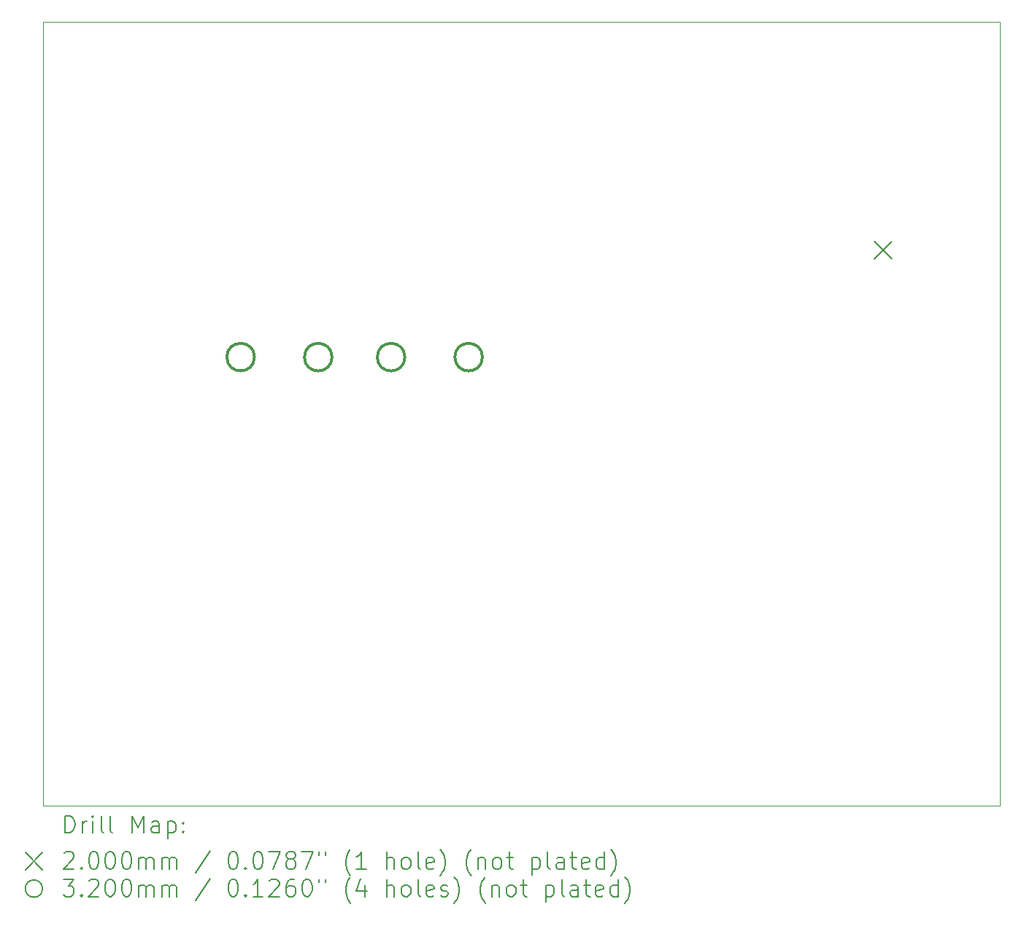
<source format=gbr>
%TF.GenerationSoftware,KiCad,Pcbnew,9.0.0*%
%TF.CreationDate,2025-03-20T11:59:10+05:30*%
%TF.ProjectId,Buck converter,4275636b-2063-46f6-9e76-65727465722e,rev?*%
%TF.SameCoordinates,Original*%
%TF.FileFunction,Drillmap*%
%TF.FilePolarity,Positive*%
%FSLAX45Y45*%
G04 Gerber Fmt 4.5, Leading zero omitted, Abs format (unit mm)*
G04 Created by KiCad (PCBNEW 9.0.0) date 2025-03-20 11:59:10*
%MOMM*%
%LPD*%
G01*
G04 APERTURE LIST*
%ADD10C,0.050000*%
%ADD11C,0.200000*%
%ADD12C,0.320000*%
G04 APERTURE END LIST*
D10*
X9950000Y-5350000D02*
X21050000Y-5350000D01*
X21050000Y-14450000D01*
X9950000Y-14450000D01*
X9950000Y-5350000D01*
D11*
X19600000Y-7900000D02*
X19800000Y-8100000D01*
X19800000Y-7900000D02*
X19600000Y-8100000D01*
D12*
X12406000Y-9240000D02*
G75*
G02*
X12086000Y-9240000I-160000J0D01*
G01*
X12086000Y-9240000D02*
G75*
G02*
X12406000Y-9240000I160000J0D01*
G01*
X13306000Y-9240000D02*
G75*
G02*
X12986000Y-9240000I-160000J0D01*
G01*
X12986000Y-9240000D02*
G75*
G02*
X13306000Y-9240000I160000J0D01*
G01*
X14151000Y-9240000D02*
G75*
G02*
X13831000Y-9240000I-160000J0D01*
G01*
X13831000Y-9240000D02*
G75*
G02*
X14151000Y-9240000I160000J0D01*
G01*
X15051000Y-9240000D02*
G75*
G02*
X14731000Y-9240000I-160000J0D01*
G01*
X14731000Y-9240000D02*
G75*
G02*
X15051000Y-9240000I160000J0D01*
G01*
D11*
X10208277Y-14763984D02*
X10208277Y-14563984D01*
X10208277Y-14563984D02*
X10255896Y-14563984D01*
X10255896Y-14563984D02*
X10284467Y-14573508D01*
X10284467Y-14573508D02*
X10303515Y-14592555D01*
X10303515Y-14592555D02*
X10313039Y-14611603D01*
X10313039Y-14611603D02*
X10322563Y-14649698D01*
X10322563Y-14649698D02*
X10322563Y-14678269D01*
X10322563Y-14678269D02*
X10313039Y-14716365D01*
X10313039Y-14716365D02*
X10303515Y-14735412D01*
X10303515Y-14735412D02*
X10284467Y-14754460D01*
X10284467Y-14754460D02*
X10255896Y-14763984D01*
X10255896Y-14763984D02*
X10208277Y-14763984D01*
X10408277Y-14763984D02*
X10408277Y-14630650D01*
X10408277Y-14668746D02*
X10417801Y-14649698D01*
X10417801Y-14649698D02*
X10427324Y-14640174D01*
X10427324Y-14640174D02*
X10446372Y-14630650D01*
X10446372Y-14630650D02*
X10465420Y-14630650D01*
X10532086Y-14763984D02*
X10532086Y-14630650D01*
X10532086Y-14563984D02*
X10522563Y-14573508D01*
X10522563Y-14573508D02*
X10532086Y-14583031D01*
X10532086Y-14583031D02*
X10541610Y-14573508D01*
X10541610Y-14573508D02*
X10532086Y-14563984D01*
X10532086Y-14563984D02*
X10532086Y-14583031D01*
X10655896Y-14763984D02*
X10636848Y-14754460D01*
X10636848Y-14754460D02*
X10627324Y-14735412D01*
X10627324Y-14735412D02*
X10627324Y-14563984D01*
X10760658Y-14763984D02*
X10741610Y-14754460D01*
X10741610Y-14754460D02*
X10732086Y-14735412D01*
X10732086Y-14735412D02*
X10732086Y-14563984D01*
X10989229Y-14763984D02*
X10989229Y-14563984D01*
X10989229Y-14563984D02*
X11055896Y-14706841D01*
X11055896Y-14706841D02*
X11122563Y-14563984D01*
X11122563Y-14563984D02*
X11122563Y-14763984D01*
X11303515Y-14763984D02*
X11303515Y-14659222D01*
X11303515Y-14659222D02*
X11293991Y-14640174D01*
X11293991Y-14640174D02*
X11274943Y-14630650D01*
X11274943Y-14630650D02*
X11236848Y-14630650D01*
X11236848Y-14630650D02*
X11217801Y-14640174D01*
X11303515Y-14754460D02*
X11284467Y-14763984D01*
X11284467Y-14763984D02*
X11236848Y-14763984D01*
X11236848Y-14763984D02*
X11217801Y-14754460D01*
X11217801Y-14754460D02*
X11208277Y-14735412D01*
X11208277Y-14735412D02*
X11208277Y-14716365D01*
X11208277Y-14716365D02*
X11217801Y-14697317D01*
X11217801Y-14697317D02*
X11236848Y-14687793D01*
X11236848Y-14687793D02*
X11284467Y-14687793D01*
X11284467Y-14687793D02*
X11303515Y-14678269D01*
X11398753Y-14630650D02*
X11398753Y-14830650D01*
X11398753Y-14640174D02*
X11417801Y-14630650D01*
X11417801Y-14630650D02*
X11455896Y-14630650D01*
X11455896Y-14630650D02*
X11474943Y-14640174D01*
X11474943Y-14640174D02*
X11484467Y-14649698D01*
X11484467Y-14649698D02*
X11493991Y-14668746D01*
X11493991Y-14668746D02*
X11493991Y-14725888D01*
X11493991Y-14725888D02*
X11484467Y-14744936D01*
X11484467Y-14744936D02*
X11474943Y-14754460D01*
X11474943Y-14754460D02*
X11455896Y-14763984D01*
X11455896Y-14763984D02*
X11417801Y-14763984D01*
X11417801Y-14763984D02*
X11398753Y-14754460D01*
X11579705Y-14744936D02*
X11589229Y-14754460D01*
X11589229Y-14754460D02*
X11579705Y-14763984D01*
X11579705Y-14763984D02*
X11570182Y-14754460D01*
X11570182Y-14754460D02*
X11579705Y-14744936D01*
X11579705Y-14744936D02*
X11579705Y-14763984D01*
X11579705Y-14640174D02*
X11589229Y-14649698D01*
X11589229Y-14649698D02*
X11579705Y-14659222D01*
X11579705Y-14659222D02*
X11570182Y-14649698D01*
X11570182Y-14649698D02*
X11579705Y-14640174D01*
X11579705Y-14640174D02*
X11579705Y-14659222D01*
X9747500Y-14992500D02*
X9947500Y-15192500D01*
X9947500Y-14992500D02*
X9747500Y-15192500D01*
X10198753Y-15003031D02*
X10208277Y-14993508D01*
X10208277Y-14993508D02*
X10227324Y-14983984D01*
X10227324Y-14983984D02*
X10274944Y-14983984D01*
X10274944Y-14983984D02*
X10293991Y-14993508D01*
X10293991Y-14993508D02*
X10303515Y-15003031D01*
X10303515Y-15003031D02*
X10313039Y-15022079D01*
X10313039Y-15022079D02*
X10313039Y-15041127D01*
X10313039Y-15041127D02*
X10303515Y-15069698D01*
X10303515Y-15069698D02*
X10189229Y-15183984D01*
X10189229Y-15183984D02*
X10313039Y-15183984D01*
X10398753Y-15164936D02*
X10408277Y-15174460D01*
X10408277Y-15174460D02*
X10398753Y-15183984D01*
X10398753Y-15183984D02*
X10389229Y-15174460D01*
X10389229Y-15174460D02*
X10398753Y-15164936D01*
X10398753Y-15164936D02*
X10398753Y-15183984D01*
X10532086Y-14983984D02*
X10551134Y-14983984D01*
X10551134Y-14983984D02*
X10570182Y-14993508D01*
X10570182Y-14993508D02*
X10579705Y-15003031D01*
X10579705Y-15003031D02*
X10589229Y-15022079D01*
X10589229Y-15022079D02*
X10598753Y-15060174D01*
X10598753Y-15060174D02*
X10598753Y-15107793D01*
X10598753Y-15107793D02*
X10589229Y-15145888D01*
X10589229Y-15145888D02*
X10579705Y-15164936D01*
X10579705Y-15164936D02*
X10570182Y-15174460D01*
X10570182Y-15174460D02*
X10551134Y-15183984D01*
X10551134Y-15183984D02*
X10532086Y-15183984D01*
X10532086Y-15183984D02*
X10513039Y-15174460D01*
X10513039Y-15174460D02*
X10503515Y-15164936D01*
X10503515Y-15164936D02*
X10493991Y-15145888D01*
X10493991Y-15145888D02*
X10484467Y-15107793D01*
X10484467Y-15107793D02*
X10484467Y-15060174D01*
X10484467Y-15060174D02*
X10493991Y-15022079D01*
X10493991Y-15022079D02*
X10503515Y-15003031D01*
X10503515Y-15003031D02*
X10513039Y-14993508D01*
X10513039Y-14993508D02*
X10532086Y-14983984D01*
X10722563Y-14983984D02*
X10741610Y-14983984D01*
X10741610Y-14983984D02*
X10760658Y-14993508D01*
X10760658Y-14993508D02*
X10770182Y-15003031D01*
X10770182Y-15003031D02*
X10779705Y-15022079D01*
X10779705Y-15022079D02*
X10789229Y-15060174D01*
X10789229Y-15060174D02*
X10789229Y-15107793D01*
X10789229Y-15107793D02*
X10779705Y-15145888D01*
X10779705Y-15145888D02*
X10770182Y-15164936D01*
X10770182Y-15164936D02*
X10760658Y-15174460D01*
X10760658Y-15174460D02*
X10741610Y-15183984D01*
X10741610Y-15183984D02*
X10722563Y-15183984D01*
X10722563Y-15183984D02*
X10703515Y-15174460D01*
X10703515Y-15174460D02*
X10693991Y-15164936D01*
X10693991Y-15164936D02*
X10684467Y-15145888D01*
X10684467Y-15145888D02*
X10674944Y-15107793D01*
X10674944Y-15107793D02*
X10674944Y-15060174D01*
X10674944Y-15060174D02*
X10684467Y-15022079D01*
X10684467Y-15022079D02*
X10693991Y-15003031D01*
X10693991Y-15003031D02*
X10703515Y-14993508D01*
X10703515Y-14993508D02*
X10722563Y-14983984D01*
X10913039Y-14983984D02*
X10932086Y-14983984D01*
X10932086Y-14983984D02*
X10951134Y-14993508D01*
X10951134Y-14993508D02*
X10960658Y-15003031D01*
X10960658Y-15003031D02*
X10970182Y-15022079D01*
X10970182Y-15022079D02*
X10979705Y-15060174D01*
X10979705Y-15060174D02*
X10979705Y-15107793D01*
X10979705Y-15107793D02*
X10970182Y-15145888D01*
X10970182Y-15145888D02*
X10960658Y-15164936D01*
X10960658Y-15164936D02*
X10951134Y-15174460D01*
X10951134Y-15174460D02*
X10932086Y-15183984D01*
X10932086Y-15183984D02*
X10913039Y-15183984D01*
X10913039Y-15183984D02*
X10893991Y-15174460D01*
X10893991Y-15174460D02*
X10884467Y-15164936D01*
X10884467Y-15164936D02*
X10874944Y-15145888D01*
X10874944Y-15145888D02*
X10865420Y-15107793D01*
X10865420Y-15107793D02*
X10865420Y-15060174D01*
X10865420Y-15060174D02*
X10874944Y-15022079D01*
X10874944Y-15022079D02*
X10884467Y-15003031D01*
X10884467Y-15003031D02*
X10893991Y-14993508D01*
X10893991Y-14993508D02*
X10913039Y-14983984D01*
X11065420Y-15183984D02*
X11065420Y-15050650D01*
X11065420Y-15069698D02*
X11074944Y-15060174D01*
X11074944Y-15060174D02*
X11093991Y-15050650D01*
X11093991Y-15050650D02*
X11122563Y-15050650D01*
X11122563Y-15050650D02*
X11141610Y-15060174D01*
X11141610Y-15060174D02*
X11151134Y-15079222D01*
X11151134Y-15079222D02*
X11151134Y-15183984D01*
X11151134Y-15079222D02*
X11160658Y-15060174D01*
X11160658Y-15060174D02*
X11179705Y-15050650D01*
X11179705Y-15050650D02*
X11208277Y-15050650D01*
X11208277Y-15050650D02*
X11227324Y-15060174D01*
X11227324Y-15060174D02*
X11236848Y-15079222D01*
X11236848Y-15079222D02*
X11236848Y-15183984D01*
X11332086Y-15183984D02*
X11332086Y-15050650D01*
X11332086Y-15069698D02*
X11341610Y-15060174D01*
X11341610Y-15060174D02*
X11360658Y-15050650D01*
X11360658Y-15050650D02*
X11389229Y-15050650D01*
X11389229Y-15050650D02*
X11408277Y-15060174D01*
X11408277Y-15060174D02*
X11417801Y-15079222D01*
X11417801Y-15079222D02*
X11417801Y-15183984D01*
X11417801Y-15079222D02*
X11427324Y-15060174D01*
X11427324Y-15060174D02*
X11446372Y-15050650D01*
X11446372Y-15050650D02*
X11474943Y-15050650D01*
X11474943Y-15050650D02*
X11493991Y-15060174D01*
X11493991Y-15060174D02*
X11503515Y-15079222D01*
X11503515Y-15079222D02*
X11503515Y-15183984D01*
X11893991Y-14974460D02*
X11722563Y-15231603D01*
X12151134Y-14983984D02*
X12170182Y-14983984D01*
X12170182Y-14983984D02*
X12189229Y-14993508D01*
X12189229Y-14993508D02*
X12198753Y-15003031D01*
X12198753Y-15003031D02*
X12208277Y-15022079D01*
X12208277Y-15022079D02*
X12217801Y-15060174D01*
X12217801Y-15060174D02*
X12217801Y-15107793D01*
X12217801Y-15107793D02*
X12208277Y-15145888D01*
X12208277Y-15145888D02*
X12198753Y-15164936D01*
X12198753Y-15164936D02*
X12189229Y-15174460D01*
X12189229Y-15174460D02*
X12170182Y-15183984D01*
X12170182Y-15183984D02*
X12151134Y-15183984D01*
X12151134Y-15183984D02*
X12132086Y-15174460D01*
X12132086Y-15174460D02*
X12122563Y-15164936D01*
X12122563Y-15164936D02*
X12113039Y-15145888D01*
X12113039Y-15145888D02*
X12103515Y-15107793D01*
X12103515Y-15107793D02*
X12103515Y-15060174D01*
X12103515Y-15060174D02*
X12113039Y-15022079D01*
X12113039Y-15022079D02*
X12122563Y-15003031D01*
X12122563Y-15003031D02*
X12132086Y-14993508D01*
X12132086Y-14993508D02*
X12151134Y-14983984D01*
X12303515Y-15164936D02*
X12313039Y-15174460D01*
X12313039Y-15174460D02*
X12303515Y-15183984D01*
X12303515Y-15183984D02*
X12293991Y-15174460D01*
X12293991Y-15174460D02*
X12303515Y-15164936D01*
X12303515Y-15164936D02*
X12303515Y-15183984D01*
X12436848Y-14983984D02*
X12455896Y-14983984D01*
X12455896Y-14983984D02*
X12474944Y-14993508D01*
X12474944Y-14993508D02*
X12484467Y-15003031D01*
X12484467Y-15003031D02*
X12493991Y-15022079D01*
X12493991Y-15022079D02*
X12503515Y-15060174D01*
X12503515Y-15060174D02*
X12503515Y-15107793D01*
X12503515Y-15107793D02*
X12493991Y-15145888D01*
X12493991Y-15145888D02*
X12484467Y-15164936D01*
X12484467Y-15164936D02*
X12474944Y-15174460D01*
X12474944Y-15174460D02*
X12455896Y-15183984D01*
X12455896Y-15183984D02*
X12436848Y-15183984D01*
X12436848Y-15183984D02*
X12417801Y-15174460D01*
X12417801Y-15174460D02*
X12408277Y-15164936D01*
X12408277Y-15164936D02*
X12398753Y-15145888D01*
X12398753Y-15145888D02*
X12389229Y-15107793D01*
X12389229Y-15107793D02*
X12389229Y-15060174D01*
X12389229Y-15060174D02*
X12398753Y-15022079D01*
X12398753Y-15022079D02*
X12408277Y-15003031D01*
X12408277Y-15003031D02*
X12417801Y-14993508D01*
X12417801Y-14993508D02*
X12436848Y-14983984D01*
X12570182Y-14983984D02*
X12703515Y-14983984D01*
X12703515Y-14983984D02*
X12617801Y-15183984D01*
X12808277Y-15069698D02*
X12789229Y-15060174D01*
X12789229Y-15060174D02*
X12779706Y-15050650D01*
X12779706Y-15050650D02*
X12770182Y-15031603D01*
X12770182Y-15031603D02*
X12770182Y-15022079D01*
X12770182Y-15022079D02*
X12779706Y-15003031D01*
X12779706Y-15003031D02*
X12789229Y-14993508D01*
X12789229Y-14993508D02*
X12808277Y-14983984D01*
X12808277Y-14983984D02*
X12846372Y-14983984D01*
X12846372Y-14983984D02*
X12865420Y-14993508D01*
X12865420Y-14993508D02*
X12874944Y-15003031D01*
X12874944Y-15003031D02*
X12884467Y-15022079D01*
X12884467Y-15022079D02*
X12884467Y-15031603D01*
X12884467Y-15031603D02*
X12874944Y-15050650D01*
X12874944Y-15050650D02*
X12865420Y-15060174D01*
X12865420Y-15060174D02*
X12846372Y-15069698D01*
X12846372Y-15069698D02*
X12808277Y-15069698D01*
X12808277Y-15069698D02*
X12789229Y-15079222D01*
X12789229Y-15079222D02*
X12779706Y-15088746D01*
X12779706Y-15088746D02*
X12770182Y-15107793D01*
X12770182Y-15107793D02*
X12770182Y-15145888D01*
X12770182Y-15145888D02*
X12779706Y-15164936D01*
X12779706Y-15164936D02*
X12789229Y-15174460D01*
X12789229Y-15174460D02*
X12808277Y-15183984D01*
X12808277Y-15183984D02*
X12846372Y-15183984D01*
X12846372Y-15183984D02*
X12865420Y-15174460D01*
X12865420Y-15174460D02*
X12874944Y-15164936D01*
X12874944Y-15164936D02*
X12884467Y-15145888D01*
X12884467Y-15145888D02*
X12884467Y-15107793D01*
X12884467Y-15107793D02*
X12874944Y-15088746D01*
X12874944Y-15088746D02*
X12865420Y-15079222D01*
X12865420Y-15079222D02*
X12846372Y-15069698D01*
X12951134Y-14983984D02*
X13084467Y-14983984D01*
X13084467Y-14983984D02*
X12998753Y-15183984D01*
X13151134Y-14983984D02*
X13151134Y-15022079D01*
X13227325Y-14983984D02*
X13227325Y-15022079D01*
X13522563Y-15260174D02*
X13513039Y-15250650D01*
X13513039Y-15250650D02*
X13493991Y-15222079D01*
X13493991Y-15222079D02*
X13484468Y-15203031D01*
X13484468Y-15203031D02*
X13474944Y-15174460D01*
X13474944Y-15174460D02*
X13465420Y-15126841D01*
X13465420Y-15126841D02*
X13465420Y-15088746D01*
X13465420Y-15088746D02*
X13474944Y-15041127D01*
X13474944Y-15041127D02*
X13484468Y-15012555D01*
X13484468Y-15012555D02*
X13493991Y-14993508D01*
X13493991Y-14993508D02*
X13513039Y-14964936D01*
X13513039Y-14964936D02*
X13522563Y-14955412D01*
X13703515Y-15183984D02*
X13589229Y-15183984D01*
X13646372Y-15183984D02*
X13646372Y-14983984D01*
X13646372Y-14983984D02*
X13627325Y-15012555D01*
X13627325Y-15012555D02*
X13608277Y-15031603D01*
X13608277Y-15031603D02*
X13589229Y-15041127D01*
X13941610Y-15183984D02*
X13941610Y-14983984D01*
X14027325Y-15183984D02*
X14027325Y-15079222D01*
X14027325Y-15079222D02*
X14017801Y-15060174D01*
X14017801Y-15060174D02*
X13998753Y-15050650D01*
X13998753Y-15050650D02*
X13970182Y-15050650D01*
X13970182Y-15050650D02*
X13951134Y-15060174D01*
X13951134Y-15060174D02*
X13941610Y-15069698D01*
X14151134Y-15183984D02*
X14132087Y-15174460D01*
X14132087Y-15174460D02*
X14122563Y-15164936D01*
X14122563Y-15164936D02*
X14113039Y-15145888D01*
X14113039Y-15145888D02*
X14113039Y-15088746D01*
X14113039Y-15088746D02*
X14122563Y-15069698D01*
X14122563Y-15069698D02*
X14132087Y-15060174D01*
X14132087Y-15060174D02*
X14151134Y-15050650D01*
X14151134Y-15050650D02*
X14179706Y-15050650D01*
X14179706Y-15050650D02*
X14198753Y-15060174D01*
X14198753Y-15060174D02*
X14208277Y-15069698D01*
X14208277Y-15069698D02*
X14217801Y-15088746D01*
X14217801Y-15088746D02*
X14217801Y-15145888D01*
X14217801Y-15145888D02*
X14208277Y-15164936D01*
X14208277Y-15164936D02*
X14198753Y-15174460D01*
X14198753Y-15174460D02*
X14179706Y-15183984D01*
X14179706Y-15183984D02*
X14151134Y-15183984D01*
X14332087Y-15183984D02*
X14313039Y-15174460D01*
X14313039Y-15174460D02*
X14303515Y-15155412D01*
X14303515Y-15155412D02*
X14303515Y-14983984D01*
X14484468Y-15174460D02*
X14465420Y-15183984D01*
X14465420Y-15183984D02*
X14427325Y-15183984D01*
X14427325Y-15183984D02*
X14408277Y-15174460D01*
X14408277Y-15174460D02*
X14398753Y-15155412D01*
X14398753Y-15155412D02*
X14398753Y-15079222D01*
X14398753Y-15079222D02*
X14408277Y-15060174D01*
X14408277Y-15060174D02*
X14427325Y-15050650D01*
X14427325Y-15050650D02*
X14465420Y-15050650D01*
X14465420Y-15050650D02*
X14484468Y-15060174D01*
X14484468Y-15060174D02*
X14493991Y-15079222D01*
X14493991Y-15079222D02*
X14493991Y-15098269D01*
X14493991Y-15098269D02*
X14398753Y-15117317D01*
X14560658Y-15260174D02*
X14570182Y-15250650D01*
X14570182Y-15250650D02*
X14589230Y-15222079D01*
X14589230Y-15222079D02*
X14598753Y-15203031D01*
X14598753Y-15203031D02*
X14608277Y-15174460D01*
X14608277Y-15174460D02*
X14617801Y-15126841D01*
X14617801Y-15126841D02*
X14617801Y-15088746D01*
X14617801Y-15088746D02*
X14608277Y-15041127D01*
X14608277Y-15041127D02*
X14598753Y-15012555D01*
X14598753Y-15012555D02*
X14589230Y-14993508D01*
X14589230Y-14993508D02*
X14570182Y-14964936D01*
X14570182Y-14964936D02*
X14560658Y-14955412D01*
X14922563Y-15260174D02*
X14913039Y-15250650D01*
X14913039Y-15250650D02*
X14893991Y-15222079D01*
X14893991Y-15222079D02*
X14884468Y-15203031D01*
X14884468Y-15203031D02*
X14874944Y-15174460D01*
X14874944Y-15174460D02*
X14865420Y-15126841D01*
X14865420Y-15126841D02*
X14865420Y-15088746D01*
X14865420Y-15088746D02*
X14874944Y-15041127D01*
X14874944Y-15041127D02*
X14884468Y-15012555D01*
X14884468Y-15012555D02*
X14893991Y-14993508D01*
X14893991Y-14993508D02*
X14913039Y-14964936D01*
X14913039Y-14964936D02*
X14922563Y-14955412D01*
X14998753Y-15050650D02*
X14998753Y-15183984D01*
X14998753Y-15069698D02*
X15008277Y-15060174D01*
X15008277Y-15060174D02*
X15027325Y-15050650D01*
X15027325Y-15050650D02*
X15055896Y-15050650D01*
X15055896Y-15050650D02*
X15074944Y-15060174D01*
X15074944Y-15060174D02*
X15084468Y-15079222D01*
X15084468Y-15079222D02*
X15084468Y-15183984D01*
X15208277Y-15183984D02*
X15189230Y-15174460D01*
X15189230Y-15174460D02*
X15179706Y-15164936D01*
X15179706Y-15164936D02*
X15170182Y-15145888D01*
X15170182Y-15145888D02*
X15170182Y-15088746D01*
X15170182Y-15088746D02*
X15179706Y-15069698D01*
X15179706Y-15069698D02*
X15189230Y-15060174D01*
X15189230Y-15060174D02*
X15208277Y-15050650D01*
X15208277Y-15050650D02*
X15236849Y-15050650D01*
X15236849Y-15050650D02*
X15255896Y-15060174D01*
X15255896Y-15060174D02*
X15265420Y-15069698D01*
X15265420Y-15069698D02*
X15274944Y-15088746D01*
X15274944Y-15088746D02*
X15274944Y-15145888D01*
X15274944Y-15145888D02*
X15265420Y-15164936D01*
X15265420Y-15164936D02*
X15255896Y-15174460D01*
X15255896Y-15174460D02*
X15236849Y-15183984D01*
X15236849Y-15183984D02*
X15208277Y-15183984D01*
X15332087Y-15050650D02*
X15408277Y-15050650D01*
X15360658Y-14983984D02*
X15360658Y-15155412D01*
X15360658Y-15155412D02*
X15370182Y-15174460D01*
X15370182Y-15174460D02*
X15389230Y-15183984D01*
X15389230Y-15183984D02*
X15408277Y-15183984D01*
X15627325Y-15050650D02*
X15627325Y-15250650D01*
X15627325Y-15060174D02*
X15646372Y-15050650D01*
X15646372Y-15050650D02*
X15684468Y-15050650D01*
X15684468Y-15050650D02*
X15703515Y-15060174D01*
X15703515Y-15060174D02*
X15713039Y-15069698D01*
X15713039Y-15069698D02*
X15722563Y-15088746D01*
X15722563Y-15088746D02*
X15722563Y-15145888D01*
X15722563Y-15145888D02*
X15713039Y-15164936D01*
X15713039Y-15164936D02*
X15703515Y-15174460D01*
X15703515Y-15174460D02*
X15684468Y-15183984D01*
X15684468Y-15183984D02*
X15646372Y-15183984D01*
X15646372Y-15183984D02*
X15627325Y-15174460D01*
X15836849Y-15183984D02*
X15817801Y-15174460D01*
X15817801Y-15174460D02*
X15808277Y-15155412D01*
X15808277Y-15155412D02*
X15808277Y-14983984D01*
X15998753Y-15183984D02*
X15998753Y-15079222D01*
X15998753Y-15079222D02*
X15989230Y-15060174D01*
X15989230Y-15060174D02*
X15970182Y-15050650D01*
X15970182Y-15050650D02*
X15932087Y-15050650D01*
X15932087Y-15050650D02*
X15913039Y-15060174D01*
X15998753Y-15174460D02*
X15979706Y-15183984D01*
X15979706Y-15183984D02*
X15932087Y-15183984D01*
X15932087Y-15183984D02*
X15913039Y-15174460D01*
X15913039Y-15174460D02*
X15903515Y-15155412D01*
X15903515Y-15155412D02*
X15903515Y-15136365D01*
X15903515Y-15136365D02*
X15913039Y-15117317D01*
X15913039Y-15117317D02*
X15932087Y-15107793D01*
X15932087Y-15107793D02*
X15979706Y-15107793D01*
X15979706Y-15107793D02*
X15998753Y-15098269D01*
X16065420Y-15050650D02*
X16141611Y-15050650D01*
X16093992Y-14983984D02*
X16093992Y-15155412D01*
X16093992Y-15155412D02*
X16103515Y-15174460D01*
X16103515Y-15174460D02*
X16122563Y-15183984D01*
X16122563Y-15183984D02*
X16141611Y-15183984D01*
X16284468Y-15174460D02*
X16265420Y-15183984D01*
X16265420Y-15183984D02*
X16227325Y-15183984D01*
X16227325Y-15183984D02*
X16208277Y-15174460D01*
X16208277Y-15174460D02*
X16198753Y-15155412D01*
X16198753Y-15155412D02*
X16198753Y-15079222D01*
X16198753Y-15079222D02*
X16208277Y-15060174D01*
X16208277Y-15060174D02*
X16227325Y-15050650D01*
X16227325Y-15050650D02*
X16265420Y-15050650D01*
X16265420Y-15050650D02*
X16284468Y-15060174D01*
X16284468Y-15060174D02*
X16293992Y-15079222D01*
X16293992Y-15079222D02*
X16293992Y-15098269D01*
X16293992Y-15098269D02*
X16198753Y-15117317D01*
X16465420Y-15183984D02*
X16465420Y-14983984D01*
X16465420Y-15174460D02*
X16446373Y-15183984D01*
X16446373Y-15183984D02*
X16408277Y-15183984D01*
X16408277Y-15183984D02*
X16389230Y-15174460D01*
X16389230Y-15174460D02*
X16379706Y-15164936D01*
X16379706Y-15164936D02*
X16370182Y-15145888D01*
X16370182Y-15145888D02*
X16370182Y-15088746D01*
X16370182Y-15088746D02*
X16379706Y-15069698D01*
X16379706Y-15069698D02*
X16389230Y-15060174D01*
X16389230Y-15060174D02*
X16408277Y-15050650D01*
X16408277Y-15050650D02*
X16446373Y-15050650D01*
X16446373Y-15050650D02*
X16465420Y-15060174D01*
X16541611Y-15260174D02*
X16551134Y-15250650D01*
X16551134Y-15250650D02*
X16570182Y-15222079D01*
X16570182Y-15222079D02*
X16579706Y-15203031D01*
X16579706Y-15203031D02*
X16589230Y-15174460D01*
X16589230Y-15174460D02*
X16598753Y-15126841D01*
X16598753Y-15126841D02*
X16598753Y-15088746D01*
X16598753Y-15088746D02*
X16589230Y-15041127D01*
X16589230Y-15041127D02*
X16579706Y-15012555D01*
X16579706Y-15012555D02*
X16570182Y-14993508D01*
X16570182Y-14993508D02*
X16551134Y-14964936D01*
X16551134Y-14964936D02*
X16541611Y-14955412D01*
X9947500Y-15412500D02*
G75*
G02*
X9747500Y-15412500I-100000J0D01*
G01*
X9747500Y-15412500D02*
G75*
G02*
X9947500Y-15412500I100000J0D01*
G01*
X10189229Y-15303984D02*
X10313039Y-15303984D01*
X10313039Y-15303984D02*
X10246372Y-15380174D01*
X10246372Y-15380174D02*
X10274944Y-15380174D01*
X10274944Y-15380174D02*
X10293991Y-15389698D01*
X10293991Y-15389698D02*
X10303515Y-15399222D01*
X10303515Y-15399222D02*
X10313039Y-15418269D01*
X10313039Y-15418269D02*
X10313039Y-15465888D01*
X10313039Y-15465888D02*
X10303515Y-15484936D01*
X10303515Y-15484936D02*
X10293991Y-15494460D01*
X10293991Y-15494460D02*
X10274944Y-15503984D01*
X10274944Y-15503984D02*
X10217801Y-15503984D01*
X10217801Y-15503984D02*
X10198753Y-15494460D01*
X10198753Y-15494460D02*
X10189229Y-15484936D01*
X10398753Y-15484936D02*
X10408277Y-15494460D01*
X10408277Y-15494460D02*
X10398753Y-15503984D01*
X10398753Y-15503984D02*
X10389229Y-15494460D01*
X10389229Y-15494460D02*
X10398753Y-15484936D01*
X10398753Y-15484936D02*
X10398753Y-15503984D01*
X10484467Y-15323031D02*
X10493991Y-15313508D01*
X10493991Y-15313508D02*
X10513039Y-15303984D01*
X10513039Y-15303984D02*
X10560658Y-15303984D01*
X10560658Y-15303984D02*
X10579705Y-15313508D01*
X10579705Y-15313508D02*
X10589229Y-15323031D01*
X10589229Y-15323031D02*
X10598753Y-15342079D01*
X10598753Y-15342079D02*
X10598753Y-15361127D01*
X10598753Y-15361127D02*
X10589229Y-15389698D01*
X10589229Y-15389698D02*
X10474944Y-15503984D01*
X10474944Y-15503984D02*
X10598753Y-15503984D01*
X10722563Y-15303984D02*
X10741610Y-15303984D01*
X10741610Y-15303984D02*
X10760658Y-15313508D01*
X10760658Y-15313508D02*
X10770182Y-15323031D01*
X10770182Y-15323031D02*
X10779705Y-15342079D01*
X10779705Y-15342079D02*
X10789229Y-15380174D01*
X10789229Y-15380174D02*
X10789229Y-15427793D01*
X10789229Y-15427793D02*
X10779705Y-15465888D01*
X10779705Y-15465888D02*
X10770182Y-15484936D01*
X10770182Y-15484936D02*
X10760658Y-15494460D01*
X10760658Y-15494460D02*
X10741610Y-15503984D01*
X10741610Y-15503984D02*
X10722563Y-15503984D01*
X10722563Y-15503984D02*
X10703515Y-15494460D01*
X10703515Y-15494460D02*
X10693991Y-15484936D01*
X10693991Y-15484936D02*
X10684467Y-15465888D01*
X10684467Y-15465888D02*
X10674944Y-15427793D01*
X10674944Y-15427793D02*
X10674944Y-15380174D01*
X10674944Y-15380174D02*
X10684467Y-15342079D01*
X10684467Y-15342079D02*
X10693991Y-15323031D01*
X10693991Y-15323031D02*
X10703515Y-15313508D01*
X10703515Y-15313508D02*
X10722563Y-15303984D01*
X10913039Y-15303984D02*
X10932086Y-15303984D01*
X10932086Y-15303984D02*
X10951134Y-15313508D01*
X10951134Y-15313508D02*
X10960658Y-15323031D01*
X10960658Y-15323031D02*
X10970182Y-15342079D01*
X10970182Y-15342079D02*
X10979705Y-15380174D01*
X10979705Y-15380174D02*
X10979705Y-15427793D01*
X10979705Y-15427793D02*
X10970182Y-15465888D01*
X10970182Y-15465888D02*
X10960658Y-15484936D01*
X10960658Y-15484936D02*
X10951134Y-15494460D01*
X10951134Y-15494460D02*
X10932086Y-15503984D01*
X10932086Y-15503984D02*
X10913039Y-15503984D01*
X10913039Y-15503984D02*
X10893991Y-15494460D01*
X10893991Y-15494460D02*
X10884467Y-15484936D01*
X10884467Y-15484936D02*
X10874944Y-15465888D01*
X10874944Y-15465888D02*
X10865420Y-15427793D01*
X10865420Y-15427793D02*
X10865420Y-15380174D01*
X10865420Y-15380174D02*
X10874944Y-15342079D01*
X10874944Y-15342079D02*
X10884467Y-15323031D01*
X10884467Y-15323031D02*
X10893991Y-15313508D01*
X10893991Y-15313508D02*
X10913039Y-15303984D01*
X11065420Y-15503984D02*
X11065420Y-15370650D01*
X11065420Y-15389698D02*
X11074944Y-15380174D01*
X11074944Y-15380174D02*
X11093991Y-15370650D01*
X11093991Y-15370650D02*
X11122563Y-15370650D01*
X11122563Y-15370650D02*
X11141610Y-15380174D01*
X11141610Y-15380174D02*
X11151134Y-15399222D01*
X11151134Y-15399222D02*
X11151134Y-15503984D01*
X11151134Y-15399222D02*
X11160658Y-15380174D01*
X11160658Y-15380174D02*
X11179705Y-15370650D01*
X11179705Y-15370650D02*
X11208277Y-15370650D01*
X11208277Y-15370650D02*
X11227324Y-15380174D01*
X11227324Y-15380174D02*
X11236848Y-15399222D01*
X11236848Y-15399222D02*
X11236848Y-15503984D01*
X11332086Y-15503984D02*
X11332086Y-15370650D01*
X11332086Y-15389698D02*
X11341610Y-15380174D01*
X11341610Y-15380174D02*
X11360658Y-15370650D01*
X11360658Y-15370650D02*
X11389229Y-15370650D01*
X11389229Y-15370650D02*
X11408277Y-15380174D01*
X11408277Y-15380174D02*
X11417801Y-15399222D01*
X11417801Y-15399222D02*
X11417801Y-15503984D01*
X11417801Y-15399222D02*
X11427324Y-15380174D01*
X11427324Y-15380174D02*
X11446372Y-15370650D01*
X11446372Y-15370650D02*
X11474943Y-15370650D01*
X11474943Y-15370650D02*
X11493991Y-15380174D01*
X11493991Y-15380174D02*
X11503515Y-15399222D01*
X11503515Y-15399222D02*
X11503515Y-15503984D01*
X11893991Y-15294460D02*
X11722563Y-15551603D01*
X12151134Y-15303984D02*
X12170182Y-15303984D01*
X12170182Y-15303984D02*
X12189229Y-15313508D01*
X12189229Y-15313508D02*
X12198753Y-15323031D01*
X12198753Y-15323031D02*
X12208277Y-15342079D01*
X12208277Y-15342079D02*
X12217801Y-15380174D01*
X12217801Y-15380174D02*
X12217801Y-15427793D01*
X12217801Y-15427793D02*
X12208277Y-15465888D01*
X12208277Y-15465888D02*
X12198753Y-15484936D01*
X12198753Y-15484936D02*
X12189229Y-15494460D01*
X12189229Y-15494460D02*
X12170182Y-15503984D01*
X12170182Y-15503984D02*
X12151134Y-15503984D01*
X12151134Y-15503984D02*
X12132086Y-15494460D01*
X12132086Y-15494460D02*
X12122563Y-15484936D01*
X12122563Y-15484936D02*
X12113039Y-15465888D01*
X12113039Y-15465888D02*
X12103515Y-15427793D01*
X12103515Y-15427793D02*
X12103515Y-15380174D01*
X12103515Y-15380174D02*
X12113039Y-15342079D01*
X12113039Y-15342079D02*
X12122563Y-15323031D01*
X12122563Y-15323031D02*
X12132086Y-15313508D01*
X12132086Y-15313508D02*
X12151134Y-15303984D01*
X12303515Y-15484936D02*
X12313039Y-15494460D01*
X12313039Y-15494460D02*
X12303515Y-15503984D01*
X12303515Y-15503984D02*
X12293991Y-15494460D01*
X12293991Y-15494460D02*
X12303515Y-15484936D01*
X12303515Y-15484936D02*
X12303515Y-15503984D01*
X12503515Y-15503984D02*
X12389229Y-15503984D01*
X12446372Y-15503984D02*
X12446372Y-15303984D01*
X12446372Y-15303984D02*
X12427325Y-15332555D01*
X12427325Y-15332555D02*
X12408277Y-15351603D01*
X12408277Y-15351603D02*
X12389229Y-15361127D01*
X12579706Y-15323031D02*
X12589229Y-15313508D01*
X12589229Y-15313508D02*
X12608277Y-15303984D01*
X12608277Y-15303984D02*
X12655896Y-15303984D01*
X12655896Y-15303984D02*
X12674944Y-15313508D01*
X12674944Y-15313508D02*
X12684467Y-15323031D01*
X12684467Y-15323031D02*
X12693991Y-15342079D01*
X12693991Y-15342079D02*
X12693991Y-15361127D01*
X12693991Y-15361127D02*
X12684467Y-15389698D01*
X12684467Y-15389698D02*
X12570182Y-15503984D01*
X12570182Y-15503984D02*
X12693991Y-15503984D01*
X12865420Y-15303984D02*
X12827325Y-15303984D01*
X12827325Y-15303984D02*
X12808277Y-15313508D01*
X12808277Y-15313508D02*
X12798753Y-15323031D01*
X12798753Y-15323031D02*
X12779706Y-15351603D01*
X12779706Y-15351603D02*
X12770182Y-15389698D01*
X12770182Y-15389698D02*
X12770182Y-15465888D01*
X12770182Y-15465888D02*
X12779706Y-15484936D01*
X12779706Y-15484936D02*
X12789229Y-15494460D01*
X12789229Y-15494460D02*
X12808277Y-15503984D01*
X12808277Y-15503984D02*
X12846372Y-15503984D01*
X12846372Y-15503984D02*
X12865420Y-15494460D01*
X12865420Y-15494460D02*
X12874944Y-15484936D01*
X12874944Y-15484936D02*
X12884467Y-15465888D01*
X12884467Y-15465888D02*
X12884467Y-15418269D01*
X12884467Y-15418269D02*
X12874944Y-15399222D01*
X12874944Y-15399222D02*
X12865420Y-15389698D01*
X12865420Y-15389698D02*
X12846372Y-15380174D01*
X12846372Y-15380174D02*
X12808277Y-15380174D01*
X12808277Y-15380174D02*
X12789229Y-15389698D01*
X12789229Y-15389698D02*
X12779706Y-15399222D01*
X12779706Y-15399222D02*
X12770182Y-15418269D01*
X13008277Y-15303984D02*
X13027325Y-15303984D01*
X13027325Y-15303984D02*
X13046372Y-15313508D01*
X13046372Y-15313508D02*
X13055896Y-15323031D01*
X13055896Y-15323031D02*
X13065420Y-15342079D01*
X13065420Y-15342079D02*
X13074944Y-15380174D01*
X13074944Y-15380174D02*
X13074944Y-15427793D01*
X13074944Y-15427793D02*
X13065420Y-15465888D01*
X13065420Y-15465888D02*
X13055896Y-15484936D01*
X13055896Y-15484936D02*
X13046372Y-15494460D01*
X13046372Y-15494460D02*
X13027325Y-15503984D01*
X13027325Y-15503984D02*
X13008277Y-15503984D01*
X13008277Y-15503984D02*
X12989229Y-15494460D01*
X12989229Y-15494460D02*
X12979706Y-15484936D01*
X12979706Y-15484936D02*
X12970182Y-15465888D01*
X12970182Y-15465888D02*
X12960658Y-15427793D01*
X12960658Y-15427793D02*
X12960658Y-15380174D01*
X12960658Y-15380174D02*
X12970182Y-15342079D01*
X12970182Y-15342079D02*
X12979706Y-15323031D01*
X12979706Y-15323031D02*
X12989229Y-15313508D01*
X12989229Y-15313508D02*
X13008277Y-15303984D01*
X13151134Y-15303984D02*
X13151134Y-15342079D01*
X13227325Y-15303984D02*
X13227325Y-15342079D01*
X13522563Y-15580174D02*
X13513039Y-15570650D01*
X13513039Y-15570650D02*
X13493991Y-15542079D01*
X13493991Y-15542079D02*
X13484468Y-15523031D01*
X13484468Y-15523031D02*
X13474944Y-15494460D01*
X13474944Y-15494460D02*
X13465420Y-15446841D01*
X13465420Y-15446841D02*
X13465420Y-15408746D01*
X13465420Y-15408746D02*
X13474944Y-15361127D01*
X13474944Y-15361127D02*
X13484468Y-15332555D01*
X13484468Y-15332555D02*
X13493991Y-15313508D01*
X13493991Y-15313508D02*
X13513039Y-15284936D01*
X13513039Y-15284936D02*
X13522563Y-15275412D01*
X13684468Y-15370650D02*
X13684468Y-15503984D01*
X13636848Y-15294460D02*
X13589229Y-15437317D01*
X13589229Y-15437317D02*
X13713039Y-15437317D01*
X13941610Y-15503984D02*
X13941610Y-15303984D01*
X14027325Y-15503984D02*
X14027325Y-15399222D01*
X14027325Y-15399222D02*
X14017801Y-15380174D01*
X14017801Y-15380174D02*
X13998753Y-15370650D01*
X13998753Y-15370650D02*
X13970182Y-15370650D01*
X13970182Y-15370650D02*
X13951134Y-15380174D01*
X13951134Y-15380174D02*
X13941610Y-15389698D01*
X14151134Y-15503984D02*
X14132087Y-15494460D01*
X14132087Y-15494460D02*
X14122563Y-15484936D01*
X14122563Y-15484936D02*
X14113039Y-15465888D01*
X14113039Y-15465888D02*
X14113039Y-15408746D01*
X14113039Y-15408746D02*
X14122563Y-15389698D01*
X14122563Y-15389698D02*
X14132087Y-15380174D01*
X14132087Y-15380174D02*
X14151134Y-15370650D01*
X14151134Y-15370650D02*
X14179706Y-15370650D01*
X14179706Y-15370650D02*
X14198753Y-15380174D01*
X14198753Y-15380174D02*
X14208277Y-15389698D01*
X14208277Y-15389698D02*
X14217801Y-15408746D01*
X14217801Y-15408746D02*
X14217801Y-15465888D01*
X14217801Y-15465888D02*
X14208277Y-15484936D01*
X14208277Y-15484936D02*
X14198753Y-15494460D01*
X14198753Y-15494460D02*
X14179706Y-15503984D01*
X14179706Y-15503984D02*
X14151134Y-15503984D01*
X14332087Y-15503984D02*
X14313039Y-15494460D01*
X14313039Y-15494460D02*
X14303515Y-15475412D01*
X14303515Y-15475412D02*
X14303515Y-15303984D01*
X14484468Y-15494460D02*
X14465420Y-15503984D01*
X14465420Y-15503984D02*
X14427325Y-15503984D01*
X14427325Y-15503984D02*
X14408277Y-15494460D01*
X14408277Y-15494460D02*
X14398753Y-15475412D01*
X14398753Y-15475412D02*
X14398753Y-15399222D01*
X14398753Y-15399222D02*
X14408277Y-15380174D01*
X14408277Y-15380174D02*
X14427325Y-15370650D01*
X14427325Y-15370650D02*
X14465420Y-15370650D01*
X14465420Y-15370650D02*
X14484468Y-15380174D01*
X14484468Y-15380174D02*
X14493991Y-15399222D01*
X14493991Y-15399222D02*
X14493991Y-15418269D01*
X14493991Y-15418269D02*
X14398753Y-15437317D01*
X14570182Y-15494460D02*
X14589230Y-15503984D01*
X14589230Y-15503984D02*
X14627325Y-15503984D01*
X14627325Y-15503984D02*
X14646372Y-15494460D01*
X14646372Y-15494460D02*
X14655896Y-15475412D01*
X14655896Y-15475412D02*
X14655896Y-15465888D01*
X14655896Y-15465888D02*
X14646372Y-15446841D01*
X14646372Y-15446841D02*
X14627325Y-15437317D01*
X14627325Y-15437317D02*
X14598753Y-15437317D01*
X14598753Y-15437317D02*
X14579706Y-15427793D01*
X14579706Y-15427793D02*
X14570182Y-15408746D01*
X14570182Y-15408746D02*
X14570182Y-15399222D01*
X14570182Y-15399222D02*
X14579706Y-15380174D01*
X14579706Y-15380174D02*
X14598753Y-15370650D01*
X14598753Y-15370650D02*
X14627325Y-15370650D01*
X14627325Y-15370650D02*
X14646372Y-15380174D01*
X14722563Y-15580174D02*
X14732087Y-15570650D01*
X14732087Y-15570650D02*
X14751134Y-15542079D01*
X14751134Y-15542079D02*
X14760658Y-15523031D01*
X14760658Y-15523031D02*
X14770182Y-15494460D01*
X14770182Y-15494460D02*
X14779706Y-15446841D01*
X14779706Y-15446841D02*
X14779706Y-15408746D01*
X14779706Y-15408746D02*
X14770182Y-15361127D01*
X14770182Y-15361127D02*
X14760658Y-15332555D01*
X14760658Y-15332555D02*
X14751134Y-15313508D01*
X14751134Y-15313508D02*
X14732087Y-15284936D01*
X14732087Y-15284936D02*
X14722563Y-15275412D01*
X15084468Y-15580174D02*
X15074944Y-15570650D01*
X15074944Y-15570650D02*
X15055896Y-15542079D01*
X15055896Y-15542079D02*
X15046372Y-15523031D01*
X15046372Y-15523031D02*
X15036849Y-15494460D01*
X15036849Y-15494460D02*
X15027325Y-15446841D01*
X15027325Y-15446841D02*
X15027325Y-15408746D01*
X15027325Y-15408746D02*
X15036849Y-15361127D01*
X15036849Y-15361127D02*
X15046372Y-15332555D01*
X15046372Y-15332555D02*
X15055896Y-15313508D01*
X15055896Y-15313508D02*
X15074944Y-15284936D01*
X15074944Y-15284936D02*
X15084468Y-15275412D01*
X15160658Y-15370650D02*
X15160658Y-15503984D01*
X15160658Y-15389698D02*
X15170182Y-15380174D01*
X15170182Y-15380174D02*
X15189230Y-15370650D01*
X15189230Y-15370650D02*
X15217801Y-15370650D01*
X15217801Y-15370650D02*
X15236849Y-15380174D01*
X15236849Y-15380174D02*
X15246372Y-15399222D01*
X15246372Y-15399222D02*
X15246372Y-15503984D01*
X15370182Y-15503984D02*
X15351134Y-15494460D01*
X15351134Y-15494460D02*
X15341611Y-15484936D01*
X15341611Y-15484936D02*
X15332087Y-15465888D01*
X15332087Y-15465888D02*
X15332087Y-15408746D01*
X15332087Y-15408746D02*
X15341611Y-15389698D01*
X15341611Y-15389698D02*
X15351134Y-15380174D01*
X15351134Y-15380174D02*
X15370182Y-15370650D01*
X15370182Y-15370650D02*
X15398753Y-15370650D01*
X15398753Y-15370650D02*
X15417801Y-15380174D01*
X15417801Y-15380174D02*
X15427325Y-15389698D01*
X15427325Y-15389698D02*
X15436849Y-15408746D01*
X15436849Y-15408746D02*
X15436849Y-15465888D01*
X15436849Y-15465888D02*
X15427325Y-15484936D01*
X15427325Y-15484936D02*
X15417801Y-15494460D01*
X15417801Y-15494460D02*
X15398753Y-15503984D01*
X15398753Y-15503984D02*
X15370182Y-15503984D01*
X15493992Y-15370650D02*
X15570182Y-15370650D01*
X15522563Y-15303984D02*
X15522563Y-15475412D01*
X15522563Y-15475412D02*
X15532087Y-15494460D01*
X15532087Y-15494460D02*
X15551134Y-15503984D01*
X15551134Y-15503984D02*
X15570182Y-15503984D01*
X15789230Y-15370650D02*
X15789230Y-15570650D01*
X15789230Y-15380174D02*
X15808277Y-15370650D01*
X15808277Y-15370650D02*
X15846373Y-15370650D01*
X15846373Y-15370650D02*
X15865420Y-15380174D01*
X15865420Y-15380174D02*
X15874944Y-15389698D01*
X15874944Y-15389698D02*
X15884468Y-15408746D01*
X15884468Y-15408746D02*
X15884468Y-15465888D01*
X15884468Y-15465888D02*
X15874944Y-15484936D01*
X15874944Y-15484936D02*
X15865420Y-15494460D01*
X15865420Y-15494460D02*
X15846373Y-15503984D01*
X15846373Y-15503984D02*
X15808277Y-15503984D01*
X15808277Y-15503984D02*
X15789230Y-15494460D01*
X15998753Y-15503984D02*
X15979706Y-15494460D01*
X15979706Y-15494460D02*
X15970182Y-15475412D01*
X15970182Y-15475412D02*
X15970182Y-15303984D01*
X16160658Y-15503984D02*
X16160658Y-15399222D01*
X16160658Y-15399222D02*
X16151134Y-15380174D01*
X16151134Y-15380174D02*
X16132087Y-15370650D01*
X16132087Y-15370650D02*
X16093992Y-15370650D01*
X16093992Y-15370650D02*
X16074944Y-15380174D01*
X16160658Y-15494460D02*
X16141611Y-15503984D01*
X16141611Y-15503984D02*
X16093992Y-15503984D01*
X16093992Y-15503984D02*
X16074944Y-15494460D01*
X16074944Y-15494460D02*
X16065420Y-15475412D01*
X16065420Y-15475412D02*
X16065420Y-15456365D01*
X16065420Y-15456365D02*
X16074944Y-15437317D01*
X16074944Y-15437317D02*
X16093992Y-15427793D01*
X16093992Y-15427793D02*
X16141611Y-15427793D01*
X16141611Y-15427793D02*
X16160658Y-15418269D01*
X16227325Y-15370650D02*
X16303515Y-15370650D01*
X16255896Y-15303984D02*
X16255896Y-15475412D01*
X16255896Y-15475412D02*
X16265420Y-15494460D01*
X16265420Y-15494460D02*
X16284468Y-15503984D01*
X16284468Y-15503984D02*
X16303515Y-15503984D01*
X16446373Y-15494460D02*
X16427325Y-15503984D01*
X16427325Y-15503984D02*
X16389230Y-15503984D01*
X16389230Y-15503984D02*
X16370182Y-15494460D01*
X16370182Y-15494460D02*
X16360658Y-15475412D01*
X16360658Y-15475412D02*
X16360658Y-15399222D01*
X16360658Y-15399222D02*
X16370182Y-15380174D01*
X16370182Y-15380174D02*
X16389230Y-15370650D01*
X16389230Y-15370650D02*
X16427325Y-15370650D01*
X16427325Y-15370650D02*
X16446373Y-15380174D01*
X16446373Y-15380174D02*
X16455896Y-15399222D01*
X16455896Y-15399222D02*
X16455896Y-15418269D01*
X16455896Y-15418269D02*
X16360658Y-15437317D01*
X16627325Y-15503984D02*
X16627325Y-15303984D01*
X16627325Y-15494460D02*
X16608277Y-15503984D01*
X16608277Y-15503984D02*
X16570182Y-15503984D01*
X16570182Y-15503984D02*
X16551134Y-15494460D01*
X16551134Y-15494460D02*
X16541611Y-15484936D01*
X16541611Y-15484936D02*
X16532087Y-15465888D01*
X16532087Y-15465888D02*
X16532087Y-15408746D01*
X16532087Y-15408746D02*
X16541611Y-15389698D01*
X16541611Y-15389698D02*
X16551134Y-15380174D01*
X16551134Y-15380174D02*
X16570182Y-15370650D01*
X16570182Y-15370650D02*
X16608277Y-15370650D01*
X16608277Y-15370650D02*
X16627325Y-15380174D01*
X16703515Y-15580174D02*
X16713039Y-15570650D01*
X16713039Y-15570650D02*
X16732087Y-15542079D01*
X16732087Y-15542079D02*
X16741611Y-15523031D01*
X16741611Y-15523031D02*
X16751134Y-15494460D01*
X16751134Y-15494460D02*
X16760658Y-15446841D01*
X16760658Y-15446841D02*
X16760658Y-15408746D01*
X16760658Y-15408746D02*
X16751134Y-15361127D01*
X16751134Y-15361127D02*
X16741611Y-15332555D01*
X16741611Y-15332555D02*
X16732087Y-15313508D01*
X16732087Y-15313508D02*
X16713039Y-15284936D01*
X16713039Y-15284936D02*
X16703515Y-15275412D01*
M02*

</source>
